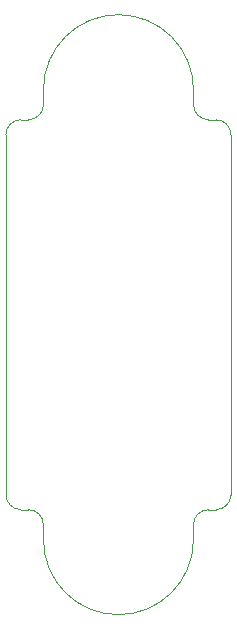
<source format=gbr>
%TF.GenerationSoftware,KiCad,Pcbnew,8.0.2-1*%
%TF.CreationDate,2024-10-12T13:21:54-07:00*%
%TF.ProjectId,TEE-CAN-SL,5445452d-4341-44e2-9d53-4c2e6b696361,R4*%
%TF.SameCoordinates,Original*%
%TF.FileFunction,Profile,NP*%
%FSLAX46Y46*%
G04 Gerber Fmt 4.6, Leading zero omitted, Abs format (unit mm)*
G04 Created by KiCad (PCBNEW 8.0.2-1) date 2024-10-12 13:21:54*
%MOMM*%
%LPD*%
G01*
G04 APERTURE LIST*
%TA.AperFunction,Profile*%
%ADD10C,0.050000*%
%TD*%
G04 APERTURE END LIST*
D10*
X203517580Y-143783855D02*
G75*
G02*
X202247645Y-142513855I20J1269955D01*
G01*
X204152580Y-110763855D02*
X203517580Y-110763855D01*
X204152580Y-143783855D02*
X203517580Y-143783855D01*
X218122580Y-145053855D02*
G75*
G02*
X219392580Y-143783880I1270020J-45D01*
G01*
X205422580Y-108223855D02*
G75*
G02*
X218122580Y-108223855I6350000J0D01*
G01*
X219392580Y-110763855D02*
X220027580Y-110763855D01*
X202247580Y-112033855D02*
X202247580Y-142513855D01*
X218122580Y-108223855D02*
X218122580Y-109493855D01*
X205422580Y-109493855D02*
G75*
G02*
X204152580Y-110763880I-1269980J-45D01*
G01*
X202247580Y-112033855D02*
G75*
G02*
X203517580Y-110763880I1270020J-45D01*
G01*
X219392580Y-143783855D02*
X220027580Y-143783855D01*
X221297580Y-112033855D02*
X221297580Y-142513855D01*
X219392580Y-110763855D02*
G75*
G02*
X218122645Y-109493855I20J1269955D01*
G01*
X221297580Y-142513855D02*
G75*
G02*
X220027580Y-143783880I-1269980J-45D01*
G01*
X205422580Y-108223855D02*
X205422580Y-109493855D01*
X204152580Y-143783855D02*
G75*
G02*
X205422645Y-145053855I20J-1270045D01*
G01*
X218122580Y-146323855D02*
X218122580Y-145053855D01*
X220027580Y-110763855D02*
G75*
G02*
X221297645Y-112033855I20J-1270045D01*
G01*
X205422580Y-146323855D02*
X205422580Y-145053855D01*
X218122580Y-146323855D02*
G75*
G02*
X205422580Y-146323855I-6350000J0D01*
G01*
M02*

</source>
